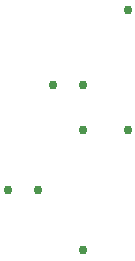
<source format=gbr>
G04 PROTEUS GERBER X2 FILE*
%TF.GenerationSoftware,Labcenter,Proteus,8.5-SP0-Build22067*%
%TF.CreationDate,2020-12-07T21:36:56+00:00*%
%TF.FileFunction,Plated,1,16,PTH*%
%TF.FilePolarity,Positive*%
%TF.Part,Single*%
%FSLAX45Y45*%
%MOMM*%
G01*
%TA.AperFunction,ComponentDrill*%
%ADD25C,0.762000*%
D25*
X-2921000Y+1270000D03*
X-2667000Y+1270000D03*
X-3302000Y+381000D03*
X-3048000Y+381000D03*
X-2286000Y+1905000D03*
X-2286000Y+889000D03*
X-2667000Y+889000D03*
X-2667000Y-127000D03*
M02*

</source>
